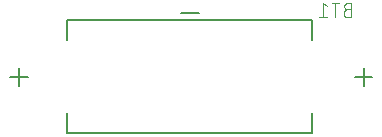
<source format=gbo>
G04 EAGLE Gerber RS-274X export*
G75*
%MOMM*%
%FSLAX34Y34*%
%LPD*%
%INSilkscreen Bottom*%
%IPPOS*%
%AMOC8*
5,1,8,0,0,1.08239X$1,22.5*%
G01*
%ADD10C,0.127000*%
%ADD11C,0.101600*%


D10*
X307400Y101600D02*
X292400Y101600D01*
X255900Y132600D02*
X255900Y149250D01*
X48900Y149250D01*
X48900Y132600D01*
X48900Y70600D02*
X48900Y53950D01*
X255900Y53950D01*
X255900Y70600D01*
X299900Y94100D02*
X299900Y109100D01*
X160400Y155600D02*
X145400Y155600D01*
X15400Y101600D02*
X400Y101600D01*
X7900Y94100D02*
X7900Y109100D01*
D11*
X286146Y158599D02*
X289392Y158599D01*
X286146Y158600D02*
X286033Y158598D01*
X285920Y158592D01*
X285807Y158582D01*
X285694Y158568D01*
X285582Y158551D01*
X285471Y158529D01*
X285361Y158504D01*
X285251Y158474D01*
X285143Y158441D01*
X285036Y158404D01*
X284930Y158364D01*
X284826Y158319D01*
X284723Y158271D01*
X284622Y158220D01*
X284523Y158165D01*
X284426Y158107D01*
X284331Y158045D01*
X284238Y157980D01*
X284148Y157912D01*
X284060Y157841D01*
X283974Y157766D01*
X283891Y157689D01*
X283811Y157609D01*
X283734Y157526D01*
X283659Y157440D01*
X283588Y157352D01*
X283520Y157262D01*
X283455Y157169D01*
X283393Y157074D01*
X283335Y156977D01*
X283280Y156878D01*
X283229Y156777D01*
X283181Y156674D01*
X283136Y156570D01*
X283096Y156464D01*
X283059Y156357D01*
X283026Y156249D01*
X282996Y156139D01*
X282971Y156029D01*
X282949Y155918D01*
X282932Y155806D01*
X282918Y155693D01*
X282908Y155580D01*
X282902Y155467D01*
X282900Y155354D01*
X282902Y155241D01*
X282908Y155128D01*
X282918Y155015D01*
X282932Y154902D01*
X282949Y154790D01*
X282971Y154679D01*
X282996Y154569D01*
X283026Y154459D01*
X283059Y154351D01*
X283096Y154244D01*
X283136Y154138D01*
X283181Y154034D01*
X283229Y153931D01*
X283280Y153830D01*
X283335Y153731D01*
X283393Y153634D01*
X283455Y153539D01*
X283520Y153446D01*
X283588Y153356D01*
X283659Y153268D01*
X283734Y153182D01*
X283811Y153099D01*
X283891Y153019D01*
X283974Y152942D01*
X284060Y152867D01*
X284148Y152796D01*
X284238Y152728D01*
X284331Y152663D01*
X284426Y152601D01*
X284523Y152543D01*
X284622Y152488D01*
X284723Y152437D01*
X284826Y152389D01*
X284930Y152344D01*
X285036Y152304D01*
X285143Y152267D01*
X285251Y152234D01*
X285361Y152204D01*
X285471Y152179D01*
X285582Y152157D01*
X285694Y152140D01*
X285807Y152126D01*
X285920Y152116D01*
X286033Y152110D01*
X286146Y152108D01*
X289392Y152108D01*
X289392Y163792D01*
X286146Y163792D01*
X286045Y163790D01*
X285945Y163784D01*
X285845Y163774D01*
X285745Y163761D01*
X285646Y163743D01*
X285547Y163722D01*
X285450Y163697D01*
X285353Y163668D01*
X285258Y163635D01*
X285164Y163599D01*
X285072Y163559D01*
X284981Y163516D01*
X284892Y163469D01*
X284805Y163419D01*
X284719Y163365D01*
X284636Y163308D01*
X284556Y163248D01*
X284477Y163185D01*
X284401Y163118D01*
X284328Y163049D01*
X284258Y162977D01*
X284190Y162903D01*
X284125Y162826D01*
X284064Y162746D01*
X284005Y162664D01*
X283950Y162580D01*
X283898Y162494D01*
X283849Y162406D01*
X283804Y162316D01*
X283762Y162224D01*
X283724Y162131D01*
X283690Y162036D01*
X283659Y161941D01*
X283632Y161844D01*
X283609Y161746D01*
X283589Y161647D01*
X283574Y161547D01*
X283562Y161447D01*
X283554Y161347D01*
X283550Y161246D01*
X283550Y161146D01*
X283554Y161045D01*
X283562Y160945D01*
X283574Y160845D01*
X283589Y160745D01*
X283609Y160646D01*
X283632Y160548D01*
X283659Y160451D01*
X283690Y160356D01*
X283724Y160261D01*
X283762Y160168D01*
X283804Y160076D01*
X283849Y159986D01*
X283898Y159898D01*
X283950Y159812D01*
X284005Y159728D01*
X284064Y159646D01*
X284125Y159566D01*
X284190Y159489D01*
X284258Y159415D01*
X284328Y159343D01*
X284401Y159274D01*
X284477Y159207D01*
X284556Y159144D01*
X284636Y159084D01*
X284719Y159027D01*
X284805Y158973D01*
X284892Y158923D01*
X284981Y158876D01*
X285072Y158833D01*
X285164Y158793D01*
X285258Y158757D01*
X285353Y158724D01*
X285450Y158695D01*
X285547Y158670D01*
X285646Y158649D01*
X285745Y158631D01*
X285845Y158618D01*
X285945Y158608D01*
X286045Y158602D01*
X286146Y158600D01*
X276029Y163792D02*
X276029Y152108D01*
X279274Y163792D02*
X272783Y163792D01*
X268606Y161196D02*
X265361Y163792D01*
X265361Y152108D01*
X268606Y152108D02*
X262115Y152108D01*
M02*

</source>
